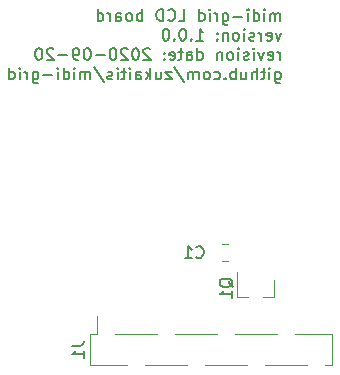
<source format=gbo>
%TF.GenerationSoftware,KiCad,Pcbnew,5.1.6-c6e7f7d~87~ubuntu20.04.1*%
%TF.CreationDate,2020-09-20T16:43:26+03:00*%
%TF.ProjectId,lcd_board,6c63645f-626f-4617-9264-2e6b69636164,rev?*%
%TF.SameCoordinates,Original*%
%TF.FileFunction,Legend,Bot*%
%TF.FilePolarity,Positive*%
%FSLAX46Y46*%
G04 Gerber Fmt 4.6, Leading zero omitted, Abs format (unit mm)*
G04 Created by KiCad (PCBNEW 5.1.6-c6e7f7d~87~ubuntu20.04.1) date 2020-09-20 16:43:26*
%MOMM*%
%LPD*%
G01*
G04 APERTURE LIST*
%ADD10C,0.150000*%
%ADD11C,0.120000*%
G04 APERTURE END LIST*
D10*
X161364404Y-88177380D02*
X161364404Y-87510714D01*
X161364404Y-87605952D02*
X161316785Y-87558333D01*
X161221547Y-87510714D01*
X161078690Y-87510714D01*
X160983452Y-87558333D01*
X160935833Y-87653571D01*
X160935833Y-88177380D01*
X160935833Y-87653571D02*
X160888214Y-87558333D01*
X160792976Y-87510714D01*
X160650119Y-87510714D01*
X160554880Y-87558333D01*
X160507261Y-87653571D01*
X160507261Y-88177380D01*
X160031071Y-88177380D02*
X160031071Y-87510714D01*
X160031071Y-87177380D02*
X160078690Y-87225000D01*
X160031071Y-87272619D01*
X159983452Y-87225000D01*
X160031071Y-87177380D01*
X160031071Y-87272619D01*
X159126309Y-88177380D02*
X159126309Y-87177380D01*
X159126309Y-88129761D02*
X159221547Y-88177380D01*
X159412023Y-88177380D01*
X159507261Y-88129761D01*
X159554880Y-88082142D01*
X159602500Y-87986904D01*
X159602500Y-87701190D01*
X159554880Y-87605952D01*
X159507261Y-87558333D01*
X159412023Y-87510714D01*
X159221547Y-87510714D01*
X159126309Y-87558333D01*
X158650119Y-88177380D02*
X158650119Y-87510714D01*
X158650119Y-87177380D02*
X158697738Y-87225000D01*
X158650119Y-87272619D01*
X158602500Y-87225000D01*
X158650119Y-87177380D01*
X158650119Y-87272619D01*
X158173928Y-87796428D02*
X157412023Y-87796428D01*
X156507261Y-87510714D02*
X156507261Y-88320238D01*
X156554880Y-88415476D01*
X156602500Y-88463095D01*
X156697738Y-88510714D01*
X156840595Y-88510714D01*
X156935833Y-88463095D01*
X156507261Y-88129761D02*
X156602500Y-88177380D01*
X156792976Y-88177380D01*
X156888214Y-88129761D01*
X156935833Y-88082142D01*
X156983452Y-87986904D01*
X156983452Y-87701190D01*
X156935833Y-87605952D01*
X156888214Y-87558333D01*
X156792976Y-87510714D01*
X156602500Y-87510714D01*
X156507261Y-87558333D01*
X156031071Y-88177380D02*
X156031071Y-87510714D01*
X156031071Y-87701190D02*
X155983452Y-87605952D01*
X155935833Y-87558333D01*
X155840595Y-87510714D01*
X155745357Y-87510714D01*
X155412023Y-88177380D02*
X155412023Y-87510714D01*
X155412023Y-87177380D02*
X155459642Y-87225000D01*
X155412023Y-87272619D01*
X155364404Y-87225000D01*
X155412023Y-87177380D01*
X155412023Y-87272619D01*
X154507261Y-88177380D02*
X154507261Y-87177380D01*
X154507261Y-88129761D02*
X154602500Y-88177380D01*
X154792976Y-88177380D01*
X154888214Y-88129761D01*
X154935833Y-88082142D01*
X154983452Y-87986904D01*
X154983452Y-87701190D01*
X154935833Y-87605952D01*
X154888214Y-87558333D01*
X154792976Y-87510714D01*
X154602500Y-87510714D01*
X154507261Y-87558333D01*
X152792976Y-88177380D02*
X153269166Y-88177380D01*
X153269166Y-87177380D01*
X151888214Y-88082142D02*
X151935833Y-88129761D01*
X152078690Y-88177380D01*
X152173928Y-88177380D01*
X152316785Y-88129761D01*
X152412023Y-88034523D01*
X152459642Y-87939285D01*
X152507261Y-87748809D01*
X152507261Y-87605952D01*
X152459642Y-87415476D01*
X152412023Y-87320238D01*
X152316785Y-87225000D01*
X152173928Y-87177380D01*
X152078690Y-87177380D01*
X151935833Y-87225000D01*
X151888214Y-87272619D01*
X151459642Y-88177380D02*
X151459642Y-87177380D01*
X151221547Y-87177380D01*
X151078690Y-87225000D01*
X150983452Y-87320238D01*
X150935833Y-87415476D01*
X150888214Y-87605952D01*
X150888214Y-87748809D01*
X150935833Y-87939285D01*
X150983452Y-88034523D01*
X151078690Y-88129761D01*
X151221547Y-88177380D01*
X151459642Y-88177380D01*
X149697738Y-88177380D02*
X149697738Y-87177380D01*
X149697738Y-87558333D02*
X149602500Y-87510714D01*
X149412023Y-87510714D01*
X149316785Y-87558333D01*
X149269166Y-87605952D01*
X149221547Y-87701190D01*
X149221547Y-87986904D01*
X149269166Y-88082142D01*
X149316785Y-88129761D01*
X149412023Y-88177380D01*
X149602500Y-88177380D01*
X149697738Y-88129761D01*
X148650119Y-88177380D02*
X148745357Y-88129761D01*
X148792976Y-88082142D01*
X148840595Y-87986904D01*
X148840595Y-87701190D01*
X148792976Y-87605952D01*
X148745357Y-87558333D01*
X148650119Y-87510714D01*
X148507261Y-87510714D01*
X148412023Y-87558333D01*
X148364404Y-87605952D01*
X148316785Y-87701190D01*
X148316785Y-87986904D01*
X148364404Y-88082142D01*
X148412023Y-88129761D01*
X148507261Y-88177380D01*
X148650119Y-88177380D01*
X147459642Y-88177380D02*
X147459642Y-87653571D01*
X147507261Y-87558333D01*
X147602500Y-87510714D01*
X147792976Y-87510714D01*
X147888214Y-87558333D01*
X147459642Y-88129761D02*
X147554880Y-88177380D01*
X147792976Y-88177380D01*
X147888214Y-88129761D01*
X147935833Y-88034523D01*
X147935833Y-87939285D01*
X147888214Y-87844047D01*
X147792976Y-87796428D01*
X147554880Y-87796428D01*
X147459642Y-87748809D01*
X146983452Y-88177380D02*
X146983452Y-87510714D01*
X146983452Y-87701190D02*
X146935833Y-87605952D01*
X146888214Y-87558333D01*
X146792976Y-87510714D01*
X146697738Y-87510714D01*
X145935833Y-88177380D02*
X145935833Y-87177380D01*
X145935833Y-88129761D02*
X146031071Y-88177380D01*
X146221547Y-88177380D01*
X146316785Y-88129761D01*
X146364404Y-88082142D01*
X146412023Y-87986904D01*
X146412023Y-87701190D01*
X146364404Y-87605952D01*
X146316785Y-87558333D01*
X146221547Y-87510714D01*
X146031071Y-87510714D01*
X145935833Y-87558333D01*
X161459642Y-89160714D02*
X161221547Y-89827380D01*
X160983452Y-89160714D01*
X160221547Y-89779761D02*
X160316785Y-89827380D01*
X160507261Y-89827380D01*
X160602500Y-89779761D01*
X160650119Y-89684523D01*
X160650119Y-89303571D01*
X160602500Y-89208333D01*
X160507261Y-89160714D01*
X160316785Y-89160714D01*
X160221547Y-89208333D01*
X160173928Y-89303571D01*
X160173928Y-89398809D01*
X160650119Y-89494047D01*
X159745357Y-89827380D02*
X159745357Y-89160714D01*
X159745357Y-89351190D02*
X159697738Y-89255952D01*
X159650119Y-89208333D01*
X159554880Y-89160714D01*
X159459642Y-89160714D01*
X159173928Y-89779761D02*
X159078690Y-89827380D01*
X158888214Y-89827380D01*
X158792976Y-89779761D01*
X158745357Y-89684523D01*
X158745357Y-89636904D01*
X158792976Y-89541666D01*
X158888214Y-89494047D01*
X159031071Y-89494047D01*
X159126309Y-89446428D01*
X159173928Y-89351190D01*
X159173928Y-89303571D01*
X159126309Y-89208333D01*
X159031071Y-89160714D01*
X158888214Y-89160714D01*
X158792976Y-89208333D01*
X158316785Y-89827380D02*
X158316785Y-89160714D01*
X158316785Y-88827380D02*
X158364404Y-88875000D01*
X158316785Y-88922619D01*
X158269166Y-88875000D01*
X158316785Y-88827380D01*
X158316785Y-88922619D01*
X157697738Y-89827380D02*
X157792976Y-89779761D01*
X157840595Y-89732142D01*
X157888214Y-89636904D01*
X157888214Y-89351190D01*
X157840595Y-89255952D01*
X157792976Y-89208333D01*
X157697738Y-89160714D01*
X157554880Y-89160714D01*
X157459642Y-89208333D01*
X157412023Y-89255952D01*
X157364404Y-89351190D01*
X157364404Y-89636904D01*
X157412023Y-89732142D01*
X157459642Y-89779761D01*
X157554880Y-89827380D01*
X157697738Y-89827380D01*
X156935833Y-89160714D02*
X156935833Y-89827380D01*
X156935833Y-89255952D02*
X156888214Y-89208333D01*
X156792976Y-89160714D01*
X156650119Y-89160714D01*
X156554880Y-89208333D01*
X156507261Y-89303571D01*
X156507261Y-89827380D01*
X156031071Y-89732142D02*
X155983452Y-89779761D01*
X156031071Y-89827380D01*
X156078690Y-89779761D01*
X156031071Y-89732142D01*
X156031071Y-89827380D01*
X156031071Y-89208333D02*
X155983452Y-89255952D01*
X156031071Y-89303571D01*
X156078690Y-89255952D01*
X156031071Y-89208333D01*
X156031071Y-89303571D01*
X154269166Y-89827380D02*
X154840595Y-89827380D01*
X154554880Y-89827380D02*
X154554880Y-88827380D01*
X154650119Y-88970238D01*
X154745357Y-89065476D01*
X154840595Y-89113095D01*
X153840595Y-89732142D02*
X153792976Y-89779761D01*
X153840595Y-89827380D01*
X153888214Y-89779761D01*
X153840595Y-89732142D01*
X153840595Y-89827380D01*
X153173928Y-88827380D02*
X153078690Y-88827380D01*
X152983452Y-88875000D01*
X152935833Y-88922619D01*
X152888214Y-89017857D01*
X152840595Y-89208333D01*
X152840595Y-89446428D01*
X152888214Y-89636904D01*
X152935833Y-89732142D01*
X152983452Y-89779761D01*
X153078690Y-89827380D01*
X153173928Y-89827380D01*
X153269166Y-89779761D01*
X153316785Y-89732142D01*
X153364404Y-89636904D01*
X153412023Y-89446428D01*
X153412023Y-89208333D01*
X153364404Y-89017857D01*
X153316785Y-88922619D01*
X153269166Y-88875000D01*
X153173928Y-88827380D01*
X152412023Y-89732142D02*
X152364404Y-89779761D01*
X152412023Y-89827380D01*
X152459642Y-89779761D01*
X152412023Y-89732142D01*
X152412023Y-89827380D01*
X151745357Y-88827380D02*
X151650119Y-88827380D01*
X151554880Y-88875000D01*
X151507261Y-88922619D01*
X151459642Y-89017857D01*
X151412023Y-89208333D01*
X151412023Y-89446428D01*
X151459642Y-89636904D01*
X151507261Y-89732142D01*
X151554880Y-89779761D01*
X151650119Y-89827380D01*
X151745357Y-89827380D01*
X151840595Y-89779761D01*
X151888214Y-89732142D01*
X151935833Y-89636904D01*
X151983452Y-89446428D01*
X151983452Y-89208333D01*
X151935833Y-89017857D01*
X151888214Y-88922619D01*
X151840595Y-88875000D01*
X151745357Y-88827380D01*
X161364404Y-91477380D02*
X161364404Y-90810714D01*
X161364404Y-91001190D02*
X161316785Y-90905952D01*
X161269166Y-90858333D01*
X161173928Y-90810714D01*
X161078690Y-90810714D01*
X160364404Y-91429761D02*
X160459642Y-91477380D01*
X160650119Y-91477380D01*
X160745357Y-91429761D01*
X160792976Y-91334523D01*
X160792976Y-90953571D01*
X160745357Y-90858333D01*
X160650119Y-90810714D01*
X160459642Y-90810714D01*
X160364404Y-90858333D01*
X160316785Y-90953571D01*
X160316785Y-91048809D01*
X160792976Y-91144047D01*
X159983452Y-90810714D02*
X159745357Y-91477380D01*
X159507261Y-90810714D01*
X159126309Y-91477380D02*
X159126309Y-90810714D01*
X159126309Y-90477380D02*
X159173928Y-90525000D01*
X159126309Y-90572619D01*
X159078690Y-90525000D01*
X159126309Y-90477380D01*
X159126309Y-90572619D01*
X158697738Y-91429761D02*
X158602500Y-91477380D01*
X158412023Y-91477380D01*
X158316785Y-91429761D01*
X158269166Y-91334523D01*
X158269166Y-91286904D01*
X158316785Y-91191666D01*
X158412023Y-91144047D01*
X158554880Y-91144047D01*
X158650119Y-91096428D01*
X158697738Y-91001190D01*
X158697738Y-90953571D01*
X158650119Y-90858333D01*
X158554880Y-90810714D01*
X158412023Y-90810714D01*
X158316785Y-90858333D01*
X157840595Y-91477380D02*
X157840595Y-90810714D01*
X157840595Y-90477380D02*
X157888214Y-90525000D01*
X157840595Y-90572619D01*
X157792976Y-90525000D01*
X157840595Y-90477380D01*
X157840595Y-90572619D01*
X157221547Y-91477380D02*
X157316785Y-91429761D01*
X157364404Y-91382142D01*
X157412023Y-91286904D01*
X157412023Y-91001190D01*
X157364404Y-90905952D01*
X157316785Y-90858333D01*
X157221547Y-90810714D01*
X157078690Y-90810714D01*
X156983452Y-90858333D01*
X156935833Y-90905952D01*
X156888214Y-91001190D01*
X156888214Y-91286904D01*
X156935833Y-91382142D01*
X156983452Y-91429761D01*
X157078690Y-91477380D01*
X157221547Y-91477380D01*
X156459642Y-90810714D02*
X156459642Y-91477380D01*
X156459642Y-90905952D02*
X156412023Y-90858333D01*
X156316785Y-90810714D01*
X156173928Y-90810714D01*
X156078690Y-90858333D01*
X156031071Y-90953571D01*
X156031071Y-91477380D01*
X154364404Y-91477380D02*
X154364404Y-90477380D01*
X154364404Y-91429761D02*
X154459642Y-91477380D01*
X154650119Y-91477380D01*
X154745357Y-91429761D01*
X154792976Y-91382142D01*
X154840595Y-91286904D01*
X154840595Y-91001190D01*
X154792976Y-90905952D01*
X154745357Y-90858333D01*
X154650119Y-90810714D01*
X154459642Y-90810714D01*
X154364404Y-90858333D01*
X153459642Y-91477380D02*
X153459642Y-90953571D01*
X153507261Y-90858333D01*
X153602500Y-90810714D01*
X153792976Y-90810714D01*
X153888214Y-90858333D01*
X153459642Y-91429761D02*
X153554880Y-91477380D01*
X153792976Y-91477380D01*
X153888214Y-91429761D01*
X153935833Y-91334523D01*
X153935833Y-91239285D01*
X153888214Y-91144047D01*
X153792976Y-91096428D01*
X153554880Y-91096428D01*
X153459642Y-91048809D01*
X153126309Y-90810714D02*
X152745357Y-90810714D01*
X152983452Y-90477380D02*
X152983452Y-91334523D01*
X152935833Y-91429761D01*
X152840595Y-91477380D01*
X152745357Y-91477380D01*
X152031071Y-91429761D02*
X152126309Y-91477380D01*
X152316785Y-91477380D01*
X152412023Y-91429761D01*
X152459642Y-91334523D01*
X152459642Y-90953571D01*
X152412023Y-90858333D01*
X152316785Y-90810714D01*
X152126309Y-90810714D01*
X152031071Y-90858333D01*
X151983452Y-90953571D01*
X151983452Y-91048809D01*
X152459642Y-91144047D01*
X151554880Y-91382142D02*
X151507261Y-91429761D01*
X151554880Y-91477380D01*
X151602500Y-91429761D01*
X151554880Y-91382142D01*
X151554880Y-91477380D01*
X151554880Y-90858333D02*
X151507261Y-90905952D01*
X151554880Y-90953571D01*
X151602500Y-90905952D01*
X151554880Y-90858333D01*
X151554880Y-90953571D01*
X150364404Y-90572619D02*
X150316785Y-90525000D01*
X150221547Y-90477380D01*
X149983452Y-90477380D01*
X149888214Y-90525000D01*
X149840595Y-90572619D01*
X149792976Y-90667857D01*
X149792976Y-90763095D01*
X149840595Y-90905952D01*
X150412023Y-91477380D01*
X149792976Y-91477380D01*
X149173928Y-90477380D02*
X149078690Y-90477380D01*
X148983452Y-90525000D01*
X148935833Y-90572619D01*
X148888214Y-90667857D01*
X148840595Y-90858333D01*
X148840595Y-91096428D01*
X148888214Y-91286904D01*
X148935833Y-91382142D01*
X148983452Y-91429761D01*
X149078690Y-91477380D01*
X149173928Y-91477380D01*
X149269166Y-91429761D01*
X149316785Y-91382142D01*
X149364404Y-91286904D01*
X149412023Y-91096428D01*
X149412023Y-90858333D01*
X149364404Y-90667857D01*
X149316785Y-90572619D01*
X149269166Y-90525000D01*
X149173928Y-90477380D01*
X148459642Y-90572619D02*
X148412023Y-90525000D01*
X148316785Y-90477380D01*
X148078690Y-90477380D01*
X147983452Y-90525000D01*
X147935833Y-90572619D01*
X147888214Y-90667857D01*
X147888214Y-90763095D01*
X147935833Y-90905952D01*
X148507261Y-91477380D01*
X147888214Y-91477380D01*
X147269166Y-90477380D02*
X147173928Y-90477380D01*
X147078690Y-90525000D01*
X147031071Y-90572619D01*
X146983452Y-90667857D01*
X146935833Y-90858333D01*
X146935833Y-91096428D01*
X146983452Y-91286904D01*
X147031071Y-91382142D01*
X147078690Y-91429761D01*
X147173928Y-91477380D01*
X147269166Y-91477380D01*
X147364404Y-91429761D01*
X147412023Y-91382142D01*
X147459642Y-91286904D01*
X147507261Y-91096428D01*
X147507261Y-90858333D01*
X147459642Y-90667857D01*
X147412023Y-90572619D01*
X147364404Y-90525000D01*
X147269166Y-90477380D01*
X146507261Y-91096428D02*
X145745357Y-91096428D01*
X145078690Y-90477380D02*
X144983452Y-90477380D01*
X144888214Y-90525000D01*
X144840595Y-90572619D01*
X144792976Y-90667857D01*
X144745357Y-90858333D01*
X144745357Y-91096428D01*
X144792976Y-91286904D01*
X144840595Y-91382142D01*
X144888214Y-91429761D01*
X144983452Y-91477380D01*
X145078690Y-91477380D01*
X145173928Y-91429761D01*
X145221547Y-91382142D01*
X145269166Y-91286904D01*
X145316785Y-91096428D01*
X145316785Y-90858333D01*
X145269166Y-90667857D01*
X145221547Y-90572619D01*
X145173928Y-90525000D01*
X145078690Y-90477380D01*
X144269166Y-91477380D02*
X144078690Y-91477380D01*
X143983452Y-91429761D01*
X143935833Y-91382142D01*
X143840595Y-91239285D01*
X143792976Y-91048809D01*
X143792976Y-90667857D01*
X143840595Y-90572619D01*
X143888214Y-90525000D01*
X143983452Y-90477380D01*
X144173928Y-90477380D01*
X144269166Y-90525000D01*
X144316785Y-90572619D01*
X144364404Y-90667857D01*
X144364404Y-90905952D01*
X144316785Y-91001190D01*
X144269166Y-91048809D01*
X144173928Y-91096428D01*
X143983452Y-91096428D01*
X143888214Y-91048809D01*
X143840595Y-91001190D01*
X143792976Y-90905952D01*
X143364404Y-91096428D02*
X142602500Y-91096428D01*
X142173928Y-90572619D02*
X142126309Y-90525000D01*
X142031071Y-90477380D01*
X141792976Y-90477380D01*
X141697738Y-90525000D01*
X141650119Y-90572619D01*
X141602500Y-90667857D01*
X141602500Y-90763095D01*
X141650119Y-90905952D01*
X142221547Y-91477380D01*
X141602500Y-91477380D01*
X140983452Y-90477380D02*
X140888214Y-90477380D01*
X140792976Y-90525000D01*
X140745357Y-90572619D01*
X140697738Y-90667857D01*
X140650119Y-90858333D01*
X140650119Y-91096428D01*
X140697738Y-91286904D01*
X140745357Y-91382142D01*
X140792976Y-91429761D01*
X140888214Y-91477380D01*
X140983452Y-91477380D01*
X141078690Y-91429761D01*
X141126309Y-91382142D01*
X141173928Y-91286904D01*
X141221547Y-91096428D01*
X141221547Y-90858333D01*
X141173928Y-90667857D01*
X141126309Y-90572619D01*
X141078690Y-90525000D01*
X140983452Y-90477380D01*
X160935833Y-92460714D02*
X160935833Y-93270238D01*
X160983452Y-93365476D01*
X161031071Y-93413095D01*
X161126309Y-93460714D01*
X161269166Y-93460714D01*
X161364404Y-93413095D01*
X160935833Y-93079761D02*
X161031071Y-93127380D01*
X161221547Y-93127380D01*
X161316785Y-93079761D01*
X161364404Y-93032142D01*
X161412023Y-92936904D01*
X161412023Y-92651190D01*
X161364404Y-92555952D01*
X161316785Y-92508333D01*
X161221547Y-92460714D01*
X161031071Y-92460714D01*
X160935833Y-92508333D01*
X160459642Y-93127380D02*
X160459642Y-92460714D01*
X160459642Y-92127380D02*
X160507261Y-92175000D01*
X160459642Y-92222619D01*
X160412023Y-92175000D01*
X160459642Y-92127380D01*
X160459642Y-92222619D01*
X160126309Y-92460714D02*
X159745357Y-92460714D01*
X159983452Y-92127380D02*
X159983452Y-92984523D01*
X159935833Y-93079761D01*
X159840595Y-93127380D01*
X159745357Y-93127380D01*
X159412023Y-93127380D02*
X159412023Y-92127380D01*
X158983452Y-93127380D02*
X158983452Y-92603571D01*
X159031071Y-92508333D01*
X159126309Y-92460714D01*
X159269166Y-92460714D01*
X159364404Y-92508333D01*
X159412023Y-92555952D01*
X158078690Y-92460714D02*
X158078690Y-93127380D01*
X158507261Y-92460714D02*
X158507261Y-92984523D01*
X158459642Y-93079761D01*
X158364404Y-93127380D01*
X158221547Y-93127380D01*
X158126309Y-93079761D01*
X158078690Y-93032142D01*
X157602500Y-93127380D02*
X157602500Y-92127380D01*
X157602500Y-92508333D02*
X157507261Y-92460714D01*
X157316785Y-92460714D01*
X157221547Y-92508333D01*
X157173928Y-92555952D01*
X157126309Y-92651190D01*
X157126309Y-92936904D01*
X157173928Y-93032142D01*
X157221547Y-93079761D01*
X157316785Y-93127380D01*
X157507261Y-93127380D01*
X157602500Y-93079761D01*
X156697738Y-93032142D02*
X156650119Y-93079761D01*
X156697738Y-93127380D01*
X156745357Y-93079761D01*
X156697738Y-93032142D01*
X156697738Y-93127380D01*
X155792976Y-93079761D02*
X155888214Y-93127380D01*
X156078690Y-93127380D01*
X156173928Y-93079761D01*
X156221547Y-93032142D01*
X156269166Y-92936904D01*
X156269166Y-92651190D01*
X156221547Y-92555952D01*
X156173928Y-92508333D01*
X156078690Y-92460714D01*
X155888214Y-92460714D01*
X155792976Y-92508333D01*
X155221547Y-93127380D02*
X155316785Y-93079761D01*
X155364404Y-93032142D01*
X155412023Y-92936904D01*
X155412023Y-92651190D01*
X155364404Y-92555952D01*
X155316785Y-92508333D01*
X155221547Y-92460714D01*
X155078690Y-92460714D01*
X154983452Y-92508333D01*
X154935833Y-92555952D01*
X154888214Y-92651190D01*
X154888214Y-92936904D01*
X154935833Y-93032142D01*
X154983452Y-93079761D01*
X155078690Y-93127380D01*
X155221547Y-93127380D01*
X154459642Y-93127380D02*
X154459642Y-92460714D01*
X154459642Y-92555952D02*
X154412023Y-92508333D01*
X154316785Y-92460714D01*
X154173928Y-92460714D01*
X154078690Y-92508333D01*
X154031071Y-92603571D01*
X154031071Y-93127380D01*
X154031071Y-92603571D02*
X153983452Y-92508333D01*
X153888214Y-92460714D01*
X153745357Y-92460714D01*
X153650119Y-92508333D01*
X153602500Y-92603571D01*
X153602500Y-93127380D01*
X152412023Y-92079761D02*
X153269166Y-93365476D01*
X152173928Y-92460714D02*
X151650119Y-92460714D01*
X152173928Y-93127380D01*
X151650119Y-93127380D01*
X150840595Y-92460714D02*
X150840595Y-93127380D01*
X151269166Y-92460714D02*
X151269166Y-92984523D01*
X151221547Y-93079761D01*
X151126309Y-93127380D01*
X150983452Y-93127380D01*
X150888214Y-93079761D01*
X150840595Y-93032142D01*
X150364404Y-93127380D02*
X150364404Y-92127380D01*
X150269166Y-92746428D02*
X149983452Y-93127380D01*
X149983452Y-92460714D02*
X150364404Y-92841666D01*
X149126309Y-93127380D02*
X149126309Y-92603571D01*
X149173928Y-92508333D01*
X149269166Y-92460714D01*
X149459642Y-92460714D01*
X149554880Y-92508333D01*
X149126309Y-93079761D02*
X149221547Y-93127380D01*
X149459642Y-93127380D01*
X149554880Y-93079761D01*
X149602500Y-92984523D01*
X149602500Y-92889285D01*
X149554880Y-92794047D01*
X149459642Y-92746428D01*
X149221547Y-92746428D01*
X149126309Y-92698809D01*
X148650119Y-93127380D02*
X148650119Y-92460714D01*
X148650119Y-92127380D02*
X148697738Y-92175000D01*
X148650119Y-92222619D01*
X148602500Y-92175000D01*
X148650119Y-92127380D01*
X148650119Y-92222619D01*
X148316785Y-92460714D02*
X147935833Y-92460714D01*
X148173928Y-92127380D02*
X148173928Y-92984523D01*
X148126309Y-93079761D01*
X148031071Y-93127380D01*
X147935833Y-93127380D01*
X147602500Y-93127380D02*
X147602500Y-92460714D01*
X147602500Y-92127380D02*
X147650119Y-92175000D01*
X147602500Y-92222619D01*
X147554880Y-92175000D01*
X147602500Y-92127380D01*
X147602500Y-92222619D01*
X147173928Y-93079761D02*
X147078690Y-93127380D01*
X146888214Y-93127380D01*
X146792976Y-93079761D01*
X146745357Y-92984523D01*
X146745357Y-92936904D01*
X146792976Y-92841666D01*
X146888214Y-92794047D01*
X147031071Y-92794047D01*
X147126309Y-92746428D01*
X147173928Y-92651190D01*
X147173928Y-92603571D01*
X147126309Y-92508333D01*
X147031071Y-92460714D01*
X146888214Y-92460714D01*
X146792976Y-92508333D01*
X145602500Y-92079761D02*
X146459642Y-93365476D01*
X145269166Y-93127380D02*
X145269166Y-92460714D01*
X145269166Y-92555952D02*
X145221547Y-92508333D01*
X145126309Y-92460714D01*
X144983452Y-92460714D01*
X144888214Y-92508333D01*
X144840595Y-92603571D01*
X144840595Y-93127380D01*
X144840595Y-92603571D02*
X144792976Y-92508333D01*
X144697738Y-92460714D01*
X144554880Y-92460714D01*
X144459642Y-92508333D01*
X144412023Y-92603571D01*
X144412023Y-93127380D01*
X143935833Y-93127380D02*
X143935833Y-92460714D01*
X143935833Y-92127380D02*
X143983452Y-92175000D01*
X143935833Y-92222619D01*
X143888214Y-92175000D01*
X143935833Y-92127380D01*
X143935833Y-92222619D01*
X143031071Y-93127380D02*
X143031071Y-92127380D01*
X143031071Y-93079761D02*
X143126309Y-93127380D01*
X143316785Y-93127380D01*
X143412023Y-93079761D01*
X143459642Y-93032142D01*
X143507261Y-92936904D01*
X143507261Y-92651190D01*
X143459642Y-92555952D01*
X143412023Y-92508333D01*
X143316785Y-92460714D01*
X143126309Y-92460714D01*
X143031071Y-92508333D01*
X142554880Y-93127380D02*
X142554880Y-92460714D01*
X142554880Y-92127380D02*
X142602500Y-92175000D01*
X142554880Y-92222619D01*
X142507261Y-92175000D01*
X142554880Y-92127380D01*
X142554880Y-92222619D01*
X142078690Y-92746428D02*
X141316785Y-92746428D01*
X140412023Y-92460714D02*
X140412023Y-93270238D01*
X140459642Y-93365476D01*
X140507261Y-93413095D01*
X140602500Y-93460714D01*
X140745357Y-93460714D01*
X140840595Y-93413095D01*
X140412023Y-93079761D02*
X140507261Y-93127380D01*
X140697738Y-93127380D01*
X140792976Y-93079761D01*
X140840595Y-93032142D01*
X140888214Y-92936904D01*
X140888214Y-92651190D01*
X140840595Y-92555952D01*
X140792976Y-92508333D01*
X140697738Y-92460714D01*
X140507261Y-92460714D01*
X140412023Y-92508333D01*
X139935833Y-93127380D02*
X139935833Y-92460714D01*
X139935833Y-92651190D02*
X139888214Y-92555952D01*
X139840595Y-92508333D01*
X139745357Y-92460714D01*
X139650119Y-92460714D01*
X139316785Y-93127380D02*
X139316785Y-92460714D01*
X139316785Y-92127380D02*
X139364404Y-92175000D01*
X139316785Y-92222619D01*
X139269166Y-92175000D01*
X139316785Y-92127380D01*
X139316785Y-92222619D01*
X138412023Y-93127380D02*
X138412023Y-92127380D01*
X138412023Y-93079761D02*
X138507261Y-93127380D01*
X138697738Y-93127380D01*
X138792976Y-93079761D01*
X138840595Y-93032142D01*
X138888214Y-92936904D01*
X138888214Y-92651190D01*
X138840595Y-92555952D01*
X138792976Y-92508333D01*
X138697738Y-92460714D01*
X138507261Y-92460714D01*
X138412023Y-92508333D01*
D11*
%TO.C,J1*%
X162610000Y-114670000D02*
X165720000Y-114670000D01*
X157530000Y-114670000D02*
X161090000Y-114670000D01*
X152450000Y-114670000D02*
X156010000Y-114670000D01*
X147370000Y-114670000D02*
X150930000Y-114670000D01*
X160070000Y-117330000D02*
X163630000Y-117330000D01*
X154990000Y-117330000D02*
X158550000Y-117330000D01*
X149910000Y-117330000D02*
X153470000Y-117330000D01*
X165150000Y-117330000D02*
X165720000Y-117330000D01*
X145280000Y-114670000D02*
X145850000Y-114670000D01*
X145850000Y-114670000D02*
X145850000Y-113150000D01*
X145280000Y-117330000D02*
X148390000Y-117330000D01*
X165720000Y-114670000D02*
X165720000Y-117330000D01*
X145280000Y-114670000D02*
X145280000Y-117330000D01*
%TO.C,C1*%
X156958578Y-108510000D02*
X156441422Y-108510000D01*
X156958578Y-107090000D02*
X156441422Y-107090000D01*
%TO.C,Q1*%
X160880000Y-111560000D02*
X160880000Y-110100000D01*
X157720000Y-111560000D02*
X157720000Y-109400000D01*
X157720000Y-111560000D02*
X158650000Y-111560000D01*
X160880000Y-111560000D02*
X159950000Y-111560000D01*
%TO.C,J1*%
D10*
X143732380Y-115666666D02*
X144446666Y-115666666D01*
X144589523Y-115619047D01*
X144684761Y-115523809D01*
X144732380Y-115380952D01*
X144732380Y-115285714D01*
X144732380Y-116666666D02*
X144732380Y-116095238D01*
X144732380Y-116380952D02*
X143732380Y-116380952D01*
X143875238Y-116285714D01*
X143970476Y-116190476D01*
X144018095Y-116095238D01*
%TO.C,C1*%
X154266666Y-108157142D02*
X154314285Y-108204761D01*
X154457142Y-108252380D01*
X154552380Y-108252380D01*
X154695238Y-108204761D01*
X154790476Y-108109523D01*
X154838095Y-108014285D01*
X154885714Y-107823809D01*
X154885714Y-107680952D01*
X154838095Y-107490476D01*
X154790476Y-107395238D01*
X154695238Y-107300000D01*
X154552380Y-107252380D01*
X154457142Y-107252380D01*
X154314285Y-107300000D01*
X154266666Y-107347619D01*
X153314285Y-108252380D02*
X153885714Y-108252380D01*
X153600000Y-108252380D02*
X153600000Y-107252380D01*
X153695238Y-107395238D01*
X153790476Y-107490476D01*
X153885714Y-107538095D01*
%TO.C,Q1*%
X157347619Y-110704761D02*
X157300000Y-110609523D01*
X157204761Y-110514285D01*
X157061904Y-110371428D01*
X157014285Y-110276190D01*
X157014285Y-110180952D01*
X157252380Y-110228571D02*
X157204761Y-110133333D01*
X157109523Y-110038095D01*
X156919047Y-109990476D01*
X156585714Y-109990476D01*
X156395238Y-110038095D01*
X156300000Y-110133333D01*
X156252380Y-110228571D01*
X156252380Y-110419047D01*
X156300000Y-110514285D01*
X156395238Y-110609523D01*
X156585714Y-110657142D01*
X156919047Y-110657142D01*
X157109523Y-110609523D01*
X157204761Y-110514285D01*
X157252380Y-110419047D01*
X157252380Y-110228571D01*
X157252380Y-111609523D02*
X157252380Y-111038095D01*
X157252380Y-111323809D02*
X156252380Y-111323809D01*
X156395238Y-111228571D01*
X156490476Y-111133333D01*
X156538095Y-111038095D01*
%TD*%
M02*

</source>
